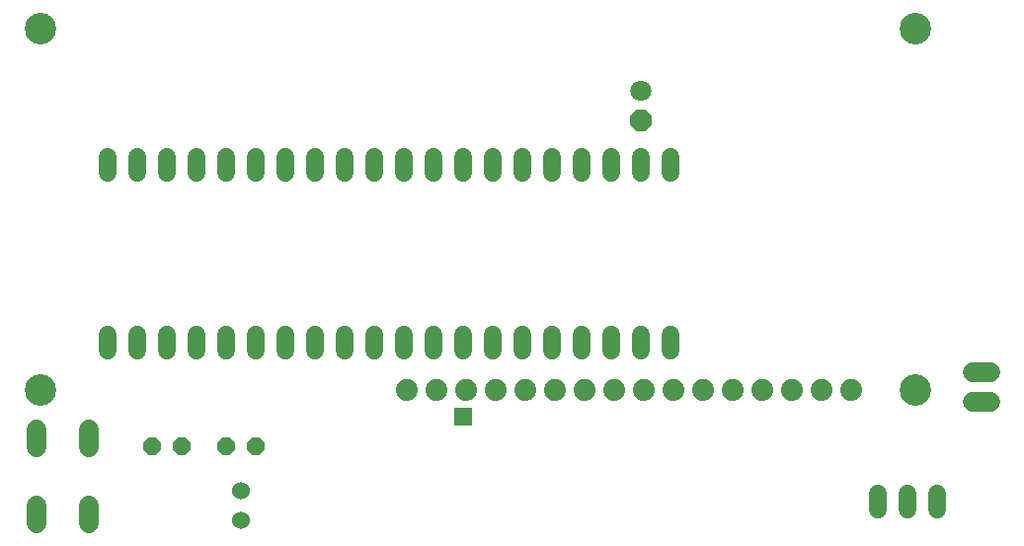
<source format=gts>
G75*
%MOIN*%
%OFA0B0*%
%FSLAX25Y25*%
%IPPOS*%
%LPD*%
%AMOC8*
5,1,8,0,0,1.08239X$1,22.5*
%
%ADD10OC8,0.06000*%
%ADD11OC8,0.07100*%
%ADD12C,0.07100*%
%ADD13C,0.07400*%
%ADD14C,0.10643*%
%ADD15C,0.06000*%
%ADD16C,0.06800*%
%ADD17C,0.06000*%
%ADD18R,0.06115X0.06115*%
D10*
X0096800Y0041800D03*
X0106800Y0041800D03*
X0121800Y0041800D03*
X0131800Y0041800D03*
D11*
X0261800Y0151800D03*
D12*
X0261800Y0161800D03*
D13*
X0262784Y0060776D03*
X0252784Y0060776D03*
X0242784Y0060776D03*
X0232784Y0060776D03*
X0222784Y0060776D03*
X0212784Y0060776D03*
X0202784Y0060776D03*
X0192784Y0060776D03*
X0182784Y0060776D03*
X0272784Y0060776D03*
X0282784Y0060776D03*
X0292784Y0060776D03*
X0302784Y0060776D03*
X0312784Y0060776D03*
X0322784Y0060776D03*
X0332784Y0060776D03*
D14*
X0354438Y0060776D03*
X0354438Y0182824D03*
X0059162Y0182824D03*
X0059162Y0060776D03*
D15*
X0081800Y0074200D02*
X0081800Y0079400D01*
X0091800Y0079400D02*
X0091800Y0074200D01*
X0101800Y0074200D02*
X0101800Y0079400D01*
X0111800Y0079400D02*
X0111800Y0074200D01*
X0121800Y0074200D02*
X0121800Y0079400D01*
X0131800Y0079400D02*
X0131800Y0074200D01*
X0141800Y0074200D02*
X0141800Y0079400D01*
X0151800Y0079400D02*
X0151800Y0074200D01*
X0161800Y0074200D02*
X0161800Y0079400D01*
X0171800Y0079400D02*
X0171800Y0074200D01*
X0181800Y0074200D02*
X0181800Y0079400D01*
X0191800Y0079400D02*
X0191800Y0074200D01*
X0201800Y0074200D02*
X0201800Y0079400D01*
X0211800Y0079400D02*
X0211800Y0074200D01*
X0221800Y0074200D02*
X0221800Y0079400D01*
X0231800Y0079400D02*
X0231800Y0074200D01*
X0241800Y0074200D02*
X0241800Y0079400D01*
X0251800Y0079400D02*
X0251800Y0074200D01*
X0261800Y0074200D02*
X0261800Y0079400D01*
X0271800Y0079400D02*
X0271800Y0074200D01*
X0341800Y0025900D02*
X0341800Y0020700D01*
X0351800Y0020700D02*
X0351800Y0025900D01*
X0361800Y0025900D02*
X0361800Y0020700D01*
X0271800Y0134200D02*
X0271800Y0139400D01*
X0261800Y0139400D02*
X0261800Y0134200D01*
X0251800Y0134200D02*
X0251800Y0139400D01*
X0241800Y0139400D02*
X0241800Y0134200D01*
X0231800Y0134200D02*
X0231800Y0139400D01*
X0221800Y0139400D02*
X0221800Y0134200D01*
X0211800Y0134200D02*
X0211800Y0139400D01*
X0201800Y0139400D02*
X0201800Y0134200D01*
X0191800Y0134200D02*
X0191800Y0139400D01*
X0181800Y0139400D02*
X0181800Y0134200D01*
X0171800Y0134200D02*
X0171800Y0139400D01*
X0161800Y0139400D02*
X0161800Y0134200D01*
X0151800Y0134200D02*
X0151800Y0139400D01*
X0141800Y0139400D02*
X0141800Y0134200D01*
X0131800Y0134200D02*
X0131800Y0139400D01*
X0121800Y0139400D02*
X0121800Y0134200D01*
X0111800Y0134200D02*
X0111800Y0139400D01*
X0101800Y0139400D02*
X0101800Y0134200D01*
X0091800Y0134200D02*
X0091800Y0139400D01*
X0081800Y0139400D02*
X0081800Y0134200D01*
D16*
X0057900Y0022000D02*
X0057900Y0016000D01*
X0075700Y0016000D02*
X0075700Y0022000D01*
X0075700Y0041600D02*
X0075700Y0047600D01*
X0057900Y0047600D02*
X0057900Y0041600D01*
X0373800Y0056800D02*
X0379800Y0056800D01*
X0379800Y0066800D02*
X0373800Y0066800D01*
D17*
X0126800Y0026800D03*
X0126800Y0016800D03*
D18*
X0201800Y0051800D03*
M02*

</source>
